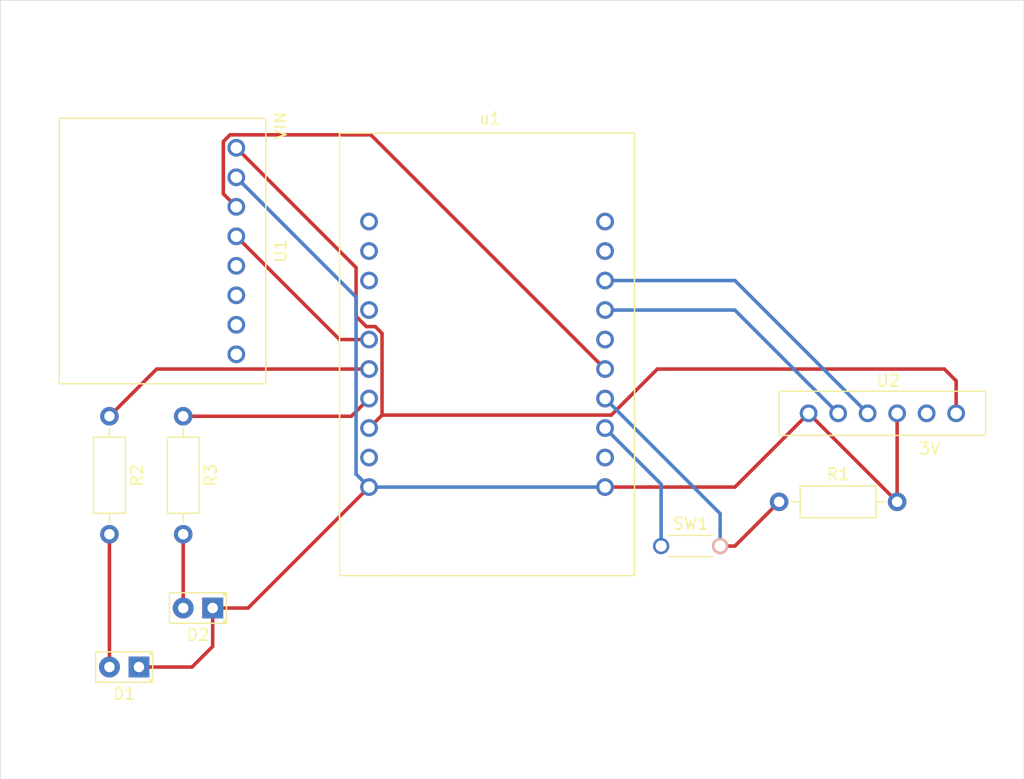
<source format=kicad_pcb>
(kicad_pcb (version 20171130) (host pcbnew "(5.1.10)-1")

  (general
    (thickness 1.6)
    (drawings 5)
    (tracks 50)
    (zones 0)
    (modules 9)
    (nets 27)
  )

  (page A4)
  (title_block
    (title "Smart Apartment - Smart Hub")
  )

  (layers
    (0 F.Cu signal)
    (31 B.Cu signal)
    (32 B.Adhes user)
    (33 F.Adhes user)
    (34 B.Paste user)
    (35 F.Paste user)
    (36 B.SilkS user)
    (37 F.SilkS user)
    (38 B.Mask user)
    (39 F.Mask user)
    (40 Dwgs.User user)
    (41 Cmts.User user)
    (42 Eco1.User user)
    (43 Eco2.User user)
    (44 Edge.Cuts user)
    (45 Margin user)
    (46 B.CrtYd user)
    (47 F.CrtYd user)
    (48 B.Fab user)
    (49 F.Fab user)
  )

  (setup
    (last_trace_width 0.3048)
    (trace_clearance 0.2032)
    (zone_clearance 0.508)
    (zone_45_only no)
    (trace_min 0.3048)
    (via_size 0.8128)
    (via_drill 0.4)
    (via_min_size 0.1524)
    (via_min_drill 0.3)
    (uvia_size 0.4064)
    (uvia_drill 0.1)
    (uvias_allowed no)
    (uvia_min_size 0.4064)
    (uvia_min_drill 0.1)
    (edge_width 0.05)
    (segment_width 0.2)
    (pcb_text_width 0.3)
    (pcb_text_size 1.5 1.5)
    (mod_edge_width 0.12)
    (mod_text_size 1 1)
    (mod_text_width 0.15)
    (pad_size 1.6 1.6)
    (pad_drill 0.9016)
    (pad_to_mask_clearance 0)
    (aux_axis_origin 0 0)
    (grid_origin 113.208 51.016)
    (visible_elements 7FFFFFFF)
    (pcbplotparams
      (layerselection 0x010fc_ffffffff)
      (usegerberextensions false)
      (usegerberattributes true)
      (usegerberadvancedattributes true)
      (creategerberjobfile true)
      (excludeedgelayer true)
      (linewidth 0.100000)
      (plotframeref false)
      (viasonmask false)
      (mode 1)
      (useauxorigin false)
      (hpglpennumber 1)
      (hpglpenspeed 20)
      (hpglpendiameter 15.000000)
      (psnegative false)
      (psa4output false)
      (plotreference true)
      (plotvalue true)
      (plotinvisibletext false)
      (padsonsilk false)
      (subtractmaskfromsilk false)
      (outputformat 1)
      (mirror false)
      (drillshape 0)
      (scaleselection 1)
      (outputdirectory ""))
  )

  (net 0 "")
  (net 1 GND)
  (net 2 "Net-(D1-Pad2)")
  (net 3 "Net-(D2-Pad2)")
  (net 4 "Net-(R1-Pad1)")
  (net 5 "Net-(R2-Pad1)")
  (net 6 "Net-(R3-Pad1)")
  (net 7 "Net-(SW1-Pad1)")
  (net 8 "Net-(u1-Pad1)")
  (net 9 "Net-(u1-Pad2)")
  (net 10 "Net-(u1-Pad3)")
  (net 11 "Net-(u1-Pad4)")
  (net 12 "Net-(u1-Pad9)")
  (net 13 "Net-(u1-Pad16)")
  (net 14 "Net-(U1-Pad3)")
  (net 15 "Net-(u1-Pad20)")
  (net 16 "Net-(u1-Pad19)")
  (net 17 "Net-(U1-Pad4)")
  (net 18 "Net-(u1-Pad12)")
  (net 19 "Net-(U1-Pad5)")
  (net 20 "Net-(U1-Pad6)")
  (net 21 "Net-(U1-Pad7)")
  (net 22 "Net-(U1-Pad8)")
  (net 23 "Net-(U2-Pad5)")
  (net 24 "Net-(U2-Pad4)")
  (net 25 "Net-(U1-Pad1)")
  (net 26 "Net-(U2-Pad2)")

  (net_class Default "This is the default net class."
    (clearance 0.2032)
    (trace_width 0.3048)
    (via_dia 0.8128)
    (via_drill 0.4)
    (uvia_dia 0.4064)
    (uvia_drill 0.1)
    (diff_pair_width 0.3048)
    (diff_pair_gap 0.3048)
    (add_net GND)
    (add_net "Net-(D1-Pad2)")
    (add_net "Net-(D2-Pad2)")
    (add_net "Net-(R1-Pad1)")
    (add_net "Net-(R2-Pad1)")
    (add_net "Net-(R3-Pad1)")
    (add_net "Net-(SW1-Pad1)")
    (add_net "Net-(U1-Pad1)")
    (add_net "Net-(U1-Pad3)")
    (add_net "Net-(U1-Pad4)")
    (add_net "Net-(U1-Pad5)")
    (add_net "Net-(U1-Pad6)")
    (add_net "Net-(U1-Pad7)")
    (add_net "Net-(U1-Pad8)")
    (add_net "Net-(U2-Pad2)")
    (add_net "Net-(U2-Pad4)")
    (add_net "Net-(U2-Pad5)")
    (add_net "Net-(u1-Pad1)")
    (add_net "Net-(u1-Pad12)")
    (add_net "Net-(u1-Pad16)")
    (add_net "Net-(u1-Pad19)")
    (add_net "Net-(u1-Pad2)")
    (add_net "Net-(u1-Pad20)")
    (add_net "Net-(u1-Pad3)")
    (add_net "Net-(u1-Pad4)")
    (add_net "Net-(u1-Pad9)")
  )

  (module SharedLib:BH1750_BO_FOOT (layer F.Cu) (tedit 6186D630) (tstamp 618707F1)
    (at 189.154 86.576)
    (path /61868332)
    (fp_text reference U2 (at 0.508 -2.794) (layer F.SilkS)
      (effects (font (size 1 1) (thickness 0.15)))
    )
    (fp_text value BH1750 (at 8.128 -3.048) (layer F.Fab)
      (effects (font (size 1 1) (thickness 0.15)))
    )
    (fp_line (start -8.89 0) (end -8.89 -1.905) (layer F.SilkS) (width 0.12))
    (fp_line (start -8.89 -1.905) (end 0 -1.905) (layer F.SilkS) (width 0.12))
    (fp_line (start 0 -1.905) (end 8.89 -1.905) (layer F.SilkS) (width 0.12))
    (fp_line (start 8.89 -1.905) (end 8.89 0) (layer F.SilkS) (width 0.12))
    (fp_line (start 8.89 1.905) (end -8.89 1.905) (layer F.SilkS) (width 0.12))
    (fp_line (start -8.89 1.905) (end -8.89 0) (layer F.SilkS) (width 0.12))
    (fp_line (start 8.89 0) (end 8.89 1.905) (layer F.SilkS) (width 0.12))
    (pad 6 thru_hole circle (at -6.35 0) (size 1.524 1.524) (drill 0.9906) (layers *.Cu *.Mask)
      (net 1 GND))
    (pad 5 thru_hole circle (at -3.81 0) (size 1.524 1.524) (drill 0.9906) (layers *.Cu *.Mask)
      (net 23 "Net-(U2-Pad5)"))
    (pad 4 thru_hole circle (at -1.27 0) (size 1.524 1.524) (drill 0.9906) (layers *.Cu *.Mask)
      (net 24 "Net-(U2-Pad4)"))
    (pad 3 thru_hole circle (at 1.27 0) (size 1.524 1.524) (drill 0.9906) (layers *.Cu *.Mask)
      (net 1 GND))
    (pad 2 thru_hole circle (at 3.81 0) (size 1.524 1.524) (drill 0.9906) (layers *.Cu *.Mask)
      (net 26 "Net-(U2-Pad2)"))
    (pad 1 thru_hole circle (at 6.35 0) (size 1.524 1.524) (drill 0.9906) (layers *.Cu *.Mask)
      (net 25 "Net-(U1-Pad1)"))
  )

  (module SharedLib:HUZZAH_FOOT (layer F.Cu) (tedit 6186D4E5) (tstamp 618707CE)
    (at 155.118 81.496)
    (path /6185A9D4)
    (fp_text reference u1 (at 0.254 -20.32) (layer F.SilkS)
      (effects (font (size 1 1) (thickness 0.15)))
    )
    (fp_text value HUZZAH (at 0 -6.35) (layer F.Fab)
      (effects (font (size 1 1) (thickness 0.15)))
    )
    (fp_line (start -7.62 -19.05) (end 12.7 -19.05) (layer F.SilkS) (width 0.12))
    (fp_line (start 12.7 -19.05) (end 12.7 19.05) (layer F.SilkS) (width 0.12))
    (fp_line (start 12.7 19.05) (end -7.62 19.05) (layer F.SilkS) (width 0.12))
    (fp_line (start -12.7 19.05) (end -12.7 -19.05) (layer F.SilkS) (width 0.12))
    (fp_line (start -7.62 -19.05) (end -12.7 -19.05) (layer F.SilkS) (width 0.12))
    (fp_line (start -12.7 -19.05) (end -12.7 0) (layer F.SilkS) (width 0.12))
    (fp_line (start -12.7 0) (end -12.7 19.05) (layer F.SilkS) (width 0.12))
    (fp_line (start -12.7 19.05) (end -7.62 19.05) (layer F.SilkS) (width 0.12))
    (pad 11 thru_hole circle (at 10.16 11.43) (size 1.524 1.524) (drill 0.9906) (layers *.Cu *.Mask)
      (net 1 GND))
    (pad 12 thru_hole circle (at 10.16 8.89) (size 1.524 1.524) (drill 0.9906) (layers *.Cu *.Mask)
      (net 18 "Net-(u1-Pad12)"))
    (pad 17 thru_hole circle (at 10.16 -3.81) (size 1.524 1.524) (drill 0.9906) (layers *.Cu *.Mask)
      (net 23 "Net-(U2-Pad5)"))
    (pad 19 thru_hole circle (at 10.16 -8.89) (size 1.524 1.524) (drill 0.9906) (layers *.Cu *.Mask)
      (net 16 "Net-(u1-Pad19)"))
    (pad 13 thru_hole circle (at 10.16 6.35) (size 1.524 1.524) (drill 0.9906) (layers *.Cu *.Mask)
      (net 7 "Net-(SW1-Pad1)"))
    (pad 14 thru_hole circle (at 10.16 3.81) (size 1.524 1.524) (drill 0.9906) (layers *.Cu *.Mask)
      (net 4 "Net-(R1-Pad1)"))
    (pad 15 thru_hole circle (at 10.16 1.27) (size 1.524 1.524) (drill 0.9906) (layers *.Cu *.Mask)
      (net 14 "Net-(U1-Pad3)"))
    (pad 20 thru_hole circle (at 10.16 -11.43) (size 1.524 1.524) (drill 0.9906) (layers *.Cu *.Mask)
      (net 15 "Net-(u1-Pad20)"))
    (pad 18 thru_hole circle (at 10.16 -6.35) (size 1.524 1.524) (drill 0.9906) (layers *.Cu *.Mask)
      (net 24 "Net-(U2-Pad4)"))
    (pad 16 thru_hole circle (at 10.16 -1.27) (size 1.524 1.524) (drill 0.9906) (layers *.Cu *.Mask)
      (net 13 "Net-(u1-Pad16)"))
    (pad 10 thru_hole circle (at -10.16 11.43) (size 1.524 1.524) (drill 0.9906) (layers *.Cu *.Mask)
      (net 1 GND))
    (pad 9 thru_hole circle (at -10.16 8.89) (size 1.524 1.524) (drill 0.9906) (layers *.Cu *.Mask)
      (net 12 "Net-(u1-Pad9)"))
    (pad 8 thru_hole circle (at -10.16 6.35) (size 1.524 1.524) (drill 0.9906) (layers *.Cu *.Mask)
      (net 25 "Net-(U1-Pad1)"))
    (pad 7 thru_hole circle (at -10.16 3.81) (size 1.524 1.524) (drill 0.9906) (layers *.Cu *.Mask)
      (net 6 "Net-(R3-Pad1)"))
    (pad 6 thru_hole circle (at -10.16 1.27) (size 1.524 1.524) (drill 0.9906) (layers *.Cu *.Mask)
      (net 5 "Net-(R2-Pad1)"))
    (pad 5 thru_hole circle (at -10.16 -1.27) (size 1.524 1.524) (drill 0.9906) (layers *.Cu *.Mask)
      (net 17 "Net-(U1-Pad4)"))
    (pad 4 thru_hole circle (at -10.16 -3.81) (size 1.524 1.524) (drill 0.9906) (layers *.Cu *.Mask)
      (net 11 "Net-(u1-Pad4)"))
    (pad 3 thru_hole circle (at -10.16 -6.35) (size 1.524 1.524) (drill 0.9906) (layers *.Cu *.Mask)
      (net 10 "Net-(u1-Pad3)"))
    (pad 2 thru_hole circle (at -10.16 -8.89) (size 1.524 1.524) (drill 0.9906) (layers *.Cu *.Mask)
      (net 9 "Net-(u1-Pad2)"))
    (pad 1 thru_hole circle (at -10.16 -11.43) (size 1.524 1.524) (drill 0.9906) (layers *.Cu *.Mask)
      (net 8 "Net-(u1-Pad1)"))
  )

  (module SharedLib:DS3231_FOOT (layer F.Cu) (tedit 6186D67F) (tstamp 618707DF)
    (at 127.178 72.606 90)
    (path /61867CD8)
    (fp_text reference U1 (at 0 10.16 90) (layer F.SilkS)
      (effects (font (size 1 1) (thickness 0.15)))
    )
    (fp_text value DS3231 (at 0 -10.16 90) (layer F.Fab)
      (effects (font (size 1 1) (thickness 0.15)))
    )
    (fp_line (start -11.43 8.89) (end -11.43 -8.89) (layer F.SilkS) (width 0.12))
    (fp_line (start 11.43 8.89) (end -11.43 8.89) (layer F.SilkS) (width 0.12))
    (fp_line (start 11.43 -8.89) (end 11.43 8.89) (layer F.SilkS) (width 0.12))
    (fp_line (start -11.43 -8.89) (end 11.43 -8.89) (layer F.SilkS) (width 0.12))
    (fp_text user VIN (at 10.795 10.16 90) (layer F.SilkS)
      (effects (font (size 1 1) (thickness 0.15)))
    )
    (pad 8 thru_hole circle (at -8.89 6.35 90) (size 1.524 1.524) (drill 0.9906) (layers *.Cu *.Mask)
      (net 22 "Net-(U1-Pad8)"))
    (pad 7 thru_hole circle (at -6.35 6.35 90) (size 1.524 1.524) (drill 0.9906) (layers *.Cu *.Mask)
      (net 21 "Net-(U1-Pad7)"))
    (pad 6 thru_hole circle (at -3.81 6.35 90) (size 1.524 1.524) (drill 0.9906) (layers *.Cu *.Mask)
      (net 20 "Net-(U1-Pad6)"))
    (pad 5 thru_hole circle (at -1.27 6.35 90) (size 1.524 1.524) (drill 0.9906) (layers *.Cu *.Mask)
      (net 19 "Net-(U1-Pad5)"))
    (pad 4 thru_hole circle (at 1.27 6.35 90) (size 1.524 1.524) (drill 0.9906) (layers *.Cu *.Mask)
      (net 17 "Net-(U1-Pad4)"))
    (pad 3 thru_hole circle (at 3.81 6.35 90) (size 1.524 1.524) (drill 0.9906) (layers *.Cu *.Mask)
      (net 14 "Net-(U1-Pad3)"))
    (pad 2 thru_hole circle (at 6.35 6.35 90) (size 1.524 1.524) (drill 0.9906) (layers *.Cu *.Mask)
      (net 1 GND))
    (pad 1 thru_hole circle (at 8.89 6.35 90) (size 1.524 1.524) (drill 0.9906) (layers *.Cu *.Mask)
      (net 25 "Net-(U1-Pad1)"))
  )

  (module Resistor_THT:R_Axial_DIN0207_L6.3mm_D2.5mm_P10.16mm_Horizontal (layer F.Cu) (tedit 6186D707) (tstamp 6187076D)
    (at 180.264 94.196)
    (descr "Resistor, Axial_DIN0207 series, Axial, Horizontal, pin pitch=10.16mm, 0.25W = 1/4W, length*diameter=6.3*2.5mm^2, http://cdn-reichelt.de/documents/datenblatt/B400/1_4W%23YAG.pdf")
    (tags "Resistor Axial_DIN0207 series Axial Horizontal pin pitch 10.16mm 0.25W = 1/4W length 6.3mm diameter 2.5mm")
    (path /6186DAD6)
    (fp_text reference R1 (at 5.08 -2.37) (layer F.SilkS)
      (effects (font (size 1 1) (thickness 0.15)))
    )
    (fp_text value R (at 5.08 2.37) (layer F.Fab)
      (effects (font (size 1 1) (thickness 0.15)))
    )
    (fp_line (start 1.93 -1.25) (end 1.93 1.25) (layer F.Fab) (width 0.1))
    (fp_line (start 1.93 1.25) (end 8.23 1.25) (layer F.Fab) (width 0.1))
    (fp_line (start 8.23 1.25) (end 8.23 -1.25) (layer F.Fab) (width 0.1))
    (fp_line (start 8.23 -1.25) (end 1.93 -1.25) (layer F.Fab) (width 0.1))
    (fp_line (start 0 0) (end 1.93 0) (layer F.Fab) (width 0.1))
    (fp_line (start 10.16 0) (end 8.23 0) (layer F.Fab) (width 0.1))
    (fp_line (start 1.81 -1.37) (end 1.81 1.37) (layer F.SilkS) (width 0.12))
    (fp_line (start 1.81 1.37) (end 8.35 1.37) (layer F.SilkS) (width 0.12))
    (fp_line (start 8.35 1.37) (end 8.35 -1.37) (layer F.SilkS) (width 0.12))
    (fp_line (start 8.35 -1.37) (end 1.81 -1.37) (layer F.SilkS) (width 0.12))
    (fp_line (start 1.04 0) (end 1.81 0) (layer F.SilkS) (width 0.12))
    (fp_line (start 9.12 0) (end 8.35 0) (layer F.SilkS) (width 0.12))
    (fp_line (start -1.05 -1.5) (end -1.05 1.5) (layer F.CrtYd) (width 0.05))
    (fp_line (start -1.05 1.5) (end 11.21 1.5) (layer F.CrtYd) (width 0.05))
    (fp_line (start 11.21 1.5) (end 11.21 -1.5) (layer F.CrtYd) (width 0.05))
    (fp_line (start 11.21 -1.5) (end -1.05 -1.5) (layer F.CrtYd) (width 0.05))
    (fp_text user %R (at 5.08 0) (layer F.Fab)
      (effects (font (size 1 1) (thickness 0.15)))
    )
    (pad 1 thru_hole circle (at 0 0) (size 1.6 1.6) (drill 0.9016) (layers *.Cu *.Mask)
      (net 4 "Net-(R1-Pad1)"))
    (pad 2 thru_hole oval (at 10.16 0) (size 1.6 1.6) (drill 0.9016) (layers *.Cu *.Mask)
      (net 1 GND))
    (model ${KISYS3DMOD}/Resistor_THT.3dshapes/R_Axial_DIN0207_L6.3mm_D2.5mm_P10.16mm_Horizontal.wrl
      (at (xyz 0 0 0))
      (scale (xyz 1 1 1))
      (rotate (xyz 0 0 0))
    )
  )

  (module LED_THT:LED_D2.0mm_W4.8mm_H2.5mm_FlatTop (layer F.Cu) (tedit 6186D6BB) (tstamp 6187073F)
    (at 125.146 108.42 180)
    (descr "LED, Round, FlatTop,  Rectangular size 4.8x2.5mm^2 diameter 2.0mm, 2 pins, http://www.kingbright.com/attachments/file/psearch/000/00/00/L-13GD(Ver.11B).pdf")
    (tags "LED Round FlatTop  Rectangular size 4.8x2.5mm^2 diameter 2.0mm 2 pins")
    (path /6185CE07)
    (fp_text reference D1 (at 1.27 -2.31) (layer F.SilkS)
      (effects (font (size 1 1) (thickness 0.15)))
    )
    (fp_text value LED (at 1.27 2.31) (layer F.Fab)
      (effects (font (size 1 1) (thickness 0.15)))
    )
    (fp_circle (center 1.27 0) (end 2.27 0) (layer F.Fab) (width 0.1))
    (fp_line (start -1.13 -1.25) (end -1.13 1.25) (layer F.Fab) (width 0.1))
    (fp_line (start -1.13 1.25) (end 3.67 1.25) (layer F.Fab) (width 0.1))
    (fp_line (start 3.67 1.25) (end 3.67 -1.25) (layer F.Fab) (width 0.1))
    (fp_line (start 3.67 -1.25) (end -1.13 -1.25) (layer F.Fab) (width 0.1))
    (fp_line (start -1.19 -1.31) (end 3.73 -1.31) (layer F.SilkS) (width 0.12))
    (fp_line (start -1.19 1.31) (end 3.73 1.31) (layer F.SilkS) (width 0.12))
    (fp_line (start -1.19 -1.31) (end -1.19 1.31) (layer F.SilkS) (width 0.12))
    (fp_line (start 3.73 -1.31) (end 3.73 1.31) (layer F.SilkS) (width 0.12))
    (fp_line (start -1.07 -1.31) (end -1.07 -1.08) (layer F.SilkS) (width 0.12))
    (fp_line (start -1.07 1.08) (end -1.07 1.31) (layer F.SilkS) (width 0.12))
    (fp_line (start -0.95 -1.31) (end -0.95 -1.08) (layer F.SilkS) (width 0.12))
    (fp_line (start -0.95 1.08) (end -0.95 1.31) (layer F.SilkS) (width 0.12))
    (fp_line (start -1.45 -1.6) (end -1.45 1.6) (layer F.CrtYd) (width 0.05))
    (fp_line (start -1.45 1.6) (end 4 1.6) (layer F.CrtYd) (width 0.05))
    (fp_line (start 4 1.6) (end 4 -1.6) (layer F.CrtYd) (width 0.05))
    (fp_line (start 4 -1.6) (end -1.45 -1.6) (layer F.CrtYd) (width 0.05))
    (pad 1 thru_hole rect (at 0 0 180) (size 1.8 1.8) (drill 0.9) (layers *.Cu *.Mask)
      (net 1 GND))
    (pad 2 thru_hole circle (at 2.54 0 180) (size 1.8 1.8) (drill 0.9) (layers *.Cu *.Mask)
      (net 2 "Net-(D1-Pad2)"))
    (model ${KISYS3DMOD}/LED_THT.3dshapes/LED_D2.0mm_W4.8mm_H2.5mm_FlatTop.wrl
      (at (xyz 0 0 0))
      (scale (xyz 1 1 1))
      (rotate (xyz 0 0 0))
    )
  )

  (module LED_THT:LED_D2.0mm_W4.8mm_H2.5mm_FlatTop (layer F.Cu) (tedit 6186D6C0) (tstamp 61870756)
    (at 131.496 103.34 180)
    (descr "LED, Round, FlatTop,  Rectangular size 4.8x2.5mm^2 diameter 2.0mm, 2 pins, http://www.kingbright.com/attachments/file/psearch/000/00/00/L-13GD(Ver.11B).pdf")
    (tags "LED Round FlatTop  Rectangular size 4.8x2.5mm^2 diameter 2.0mm 2 pins")
    (path /6185DB2A)
    (fp_text reference D2 (at 1.27 -2.31) (layer F.SilkS)
      (effects (font (size 1 1) (thickness 0.15)))
    )
    (fp_text value LED (at 1.27 2.31) (layer F.Fab)
      (effects (font (size 1 1) (thickness 0.15)))
    )
    (fp_circle (center 1.27 0) (end 2.27 0) (layer F.Fab) (width 0.1))
    (fp_line (start -1.13 -1.25) (end -1.13 1.25) (layer F.Fab) (width 0.1))
    (fp_line (start -1.13 1.25) (end 3.67 1.25) (layer F.Fab) (width 0.1))
    (fp_line (start 3.67 1.25) (end 3.67 -1.25) (layer F.Fab) (width 0.1))
    (fp_line (start 3.67 -1.25) (end -1.13 -1.25) (layer F.Fab) (width 0.1))
    (fp_line (start -1.19 -1.31) (end 3.73 -1.31) (layer F.SilkS) (width 0.12))
    (fp_line (start -1.19 1.31) (end 3.73 1.31) (layer F.SilkS) (width 0.12))
    (fp_line (start -1.19 -1.31) (end -1.19 1.31) (layer F.SilkS) (width 0.12))
    (fp_line (start 3.73 -1.31) (end 3.73 1.31) (layer F.SilkS) (width 0.12))
    (fp_line (start -1.07 -1.31) (end -1.07 -1.08) (layer F.SilkS) (width 0.12))
    (fp_line (start -1.07 1.08) (end -1.07 1.31) (layer F.SilkS) (width 0.12))
    (fp_line (start -0.95 -1.31) (end -0.95 -1.08) (layer F.SilkS) (width 0.12))
    (fp_line (start -0.95 1.08) (end -0.95 1.31) (layer F.SilkS) (width 0.12))
    (fp_line (start -1.45 -1.6) (end -1.45 1.6) (layer F.CrtYd) (width 0.05))
    (fp_line (start -1.45 1.6) (end 4 1.6) (layer F.CrtYd) (width 0.05))
    (fp_line (start 4 1.6) (end 4 -1.6) (layer F.CrtYd) (width 0.05))
    (fp_line (start 4 -1.6) (end -1.45 -1.6) (layer F.CrtYd) (width 0.05))
    (pad 1 thru_hole rect (at 0 0 180) (size 1.8 1.8) (drill 0.9) (layers *.Cu *.Mask)
      (net 1 GND))
    (pad 2 thru_hole circle (at 2.54 0 180) (size 1.8 1.8) (drill 0.9) (layers *.Cu *.Mask)
      (net 3 "Net-(D2-Pad2)"))
    (model ${KISYS3DMOD}/LED_THT.3dshapes/LED_D2.0mm_W4.8mm_H2.5mm_FlatTop.wrl
      (at (xyz 0 0 0))
      (scale (xyz 1 1 1))
      (rotate (xyz 0 0 0))
    )
  )

  (module Resistor_THT:R_Axial_DIN0207_L6.3mm_D2.5mm_P10.16mm_Horizontal (layer F.Cu) (tedit 6186D6D4) (tstamp 61870784)
    (at 122.606 86.83 270)
    (descr "Resistor, Axial_DIN0207 series, Axial, Horizontal, pin pitch=10.16mm, 0.25W = 1/4W, length*diameter=6.3*2.5mm^2, http://cdn-reichelt.de/documents/datenblatt/B400/1_4W%23YAG.pdf")
    (tags "Resistor Axial_DIN0207 series Axial Horizontal pin pitch 10.16mm 0.25W = 1/4W length 6.3mm diameter 2.5mm")
    (path /6185CAE6)
    (fp_text reference R2 (at 5.08 -2.37 90) (layer F.SilkS)
      (effects (font (size 1 1) (thickness 0.15)))
    )
    (fp_text value R (at 5.08 2.37 90) (layer F.Fab)
      (effects (font (size 1 1) (thickness 0.15)))
    )
    (fp_line (start 1.93 -1.25) (end 1.93 1.25) (layer F.Fab) (width 0.1))
    (fp_line (start 1.93 1.25) (end 8.23 1.25) (layer F.Fab) (width 0.1))
    (fp_line (start 8.23 1.25) (end 8.23 -1.25) (layer F.Fab) (width 0.1))
    (fp_line (start 8.23 -1.25) (end 1.93 -1.25) (layer F.Fab) (width 0.1))
    (fp_line (start 0 0) (end 1.93 0) (layer F.Fab) (width 0.1))
    (fp_line (start 10.16 0) (end 8.23 0) (layer F.Fab) (width 0.1))
    (fp_line (start 1.81 -1.37) (end 1.81 1.37) (layer F.SilkS) (width 0.12))
    (fp_line (start 1.81 1.37) (end 8.35 1.37) (layer F.SilkS) (width 0.12))
    (fp_line (start 8.35 1.37) (end 8.35 -1.37) (layer F.SilkS) (width 0.12))
    (fp_line (start 8.35 -1.37) (end 1.81 -1.37) (layer F.SilkS) (width 0.12))
    (fp_line (start 1.04 0) (end 1.81 0) (layer F.SilkS) (width 0.12))
    (fp_line (start 9.12 0) (end 8.35 0) (layer F.SilkS) (width 0.12))
    (fp_line (start -1.05 -1.5) (end -1.05 1.5) (layer F.CrtYd) (width 0.05))
    (fp_line (start -1.05 1.5) (end 11.21 1.5) (layer F.CrtYd) (width 0.05))
    (fp_line (start 11.21 1.5) (end 11.21 -1.5) (layer F.CrtYd) (width 0.05))
    (fp_line (start 11.21 -1.5) (end -1.05 -1.5) (layer F.CrtYd) (width 0.05))
    (fp_text user %R (at 5.08 0 90) (layer F.Fab)
      (effects (font (size 1 1) (thickness 0.15)))
    )
    (pad 1 thru_hole circle (at 0 0 270) (size 1.6 1.6) (drill 0.8928) (layers *.Cu *.Mask)
      (net 5 "Net-(R2-Pad1)"))
    (pad 2 thru_hole oval (at 10.16 0 270) (size 1.6 1.6) (drill 0.9016) (layers *.Cu *.Mask)
      (net 2 "Net-(D1-Pad2)"))
    (model ${KISYS3DMOD}/Resistor_THT.3dshapes/R_Axial_DIN0207_L6.3mm_D2.5mm_P10.16mm_Horizontal.wrl
      (at (xyz 0 0 0))
      (scale (xyz 1 1 1))
      (rotate (xyz 0 0 0))
    )
  )

  (module Resistor_THT:R_Axial_DIN0207_L6.3mm_D2.5mm_P10.16mm_Horizontal (layer F.Cu) (tedit 6186D6FD) (tstamp 61870AF5)
    (at 128.956 86.83 270)
    (descr "Resistor, Axial_DIN0207 series, Axial, Horizontal, pin pitch=10.16mm, 0.25W = 1/4W, length*diameter=6.3*2.5mm^2, http://cdn-reichelt.de/documents/datenblatt/B400/1_4W%23YAG.pdf")
    (tags "Resistor Axial_DIN0207 series Axial Horizontal pin pitch 10.16mm 0.25W = 1/4W length 6.3mm diameter 2.5mm")
    (path /6185B03D)
    (fp_text reference R3 (at 5.08 -2.37 90) (layer F.SilkS)
      (effects (font (size 1 1) (thickness 0.15)))
    )
    (fp_text value R (at 5.08 2.37 90) (layer F.Fab)
      (effects (font (size 1 1) (thickness 0.15)))
    )
    (fp_line (start 1.93 -1.25) (end 1.93 1.25) (layer F.Fab) (width 0.1))
    (fp_line (start 1.93 1.25) (end 8.23 1.25) (layer F.Fab) (width 0.1))
    (fp_line (start 8.23 1.25) (end 8.23 -1.25) (layer F.Fab) (width 0.1))
    (fp_line (start 8.23 -1.25) (end 1.93 -1.25) (layer F.Fab) (width 0.1))
    (fp_line (start 0 0) (end 1.93 0) (layer F.Fab) (width 0.1))
    (fp_line (start 10.16 0) (end 8.23 0) (layer F.Fab) (width 0.1))
    (fp_line (start 1.81 -1.37) (end 1.81 1.37) (layer F.SilkS) (width 0.12))
    (fp_line (start 1.81 1.37) (end 8.35 1.37) (layer F.SilkS) (width 0.12))
    (fp_line (start 8.35 1.37) (end 8.35 -1.37) (layer F.SilkS) (width 0.12))
    (fp_line (start 8.35 -1.37) (end 1.81 -1.37) (layer F.SilkS) (width 0.12))
    (fp_line (start 1.04 0) (end 1.81 0) (layer F.SilkS) (width 0.12))
    (fp_line (start 9.12 0) (end 8.35 0) (layer F.SilkS) (width 0.12))
    (fp_line (start -1.05 -1.5) (end -1.05 1.5) (layer F.CrtYd) (width 0.05))
    (fp_line (start -1.05 1.5) (end 11.21 1.5) (layer F.CrtYd) (width 0.05))
    (fp_line (start 11.21 1.5) (end 11.21 -1.5) (layer F.CrtYd) (width 0.05))
    (fp_line (start 11.21 -1.5) (end -1.05 -1.5) (layer F.CrtYd) (width 0.05))
    (fp_text user %R (at 5.08 0 90) (layer F.Fab)
      (effects (font (size 1 1) (thickness 0.15)))
    )
    (pad 1 thru_hole circle (at 0 0 270) (size 1.6 1.6) (drill 0.9016) (layers *.Cu *.Mask)
      (net 6 "Net-(R3-Pad1)"))
    (pad 2 thru_hole oval (at 10.16 0 270) (size 1.6 1.6) (drill 0.9016) (layers *.Cu *.Mask)
      (net 3 "Net-(D2-Pad2)"))
    (model ${KISYS3DMOD}/Resistor_THT.3dshapes/R_Axial_DIN0207_L6.3mm_D2.5mm_P10.16mm_Horizontal.wrl
      (at (xyz 0 0 0))
      (scale (xyz 1 1 1))
      (rotate (xyz 0 0 0))
    )
  )

  (module Resistor_THT:R_Axial_DIN0204_L3.6mm_D1.6mm_P5.08mm_Horizontal (layer F.Cu) (tedit 6186D6B7) (tstamp 618707AE)
    (at 170.104 98.006)
    (descr "Resistor, Axial_DIN0204 series, Axial, Horizontal, pin pitch=5.08mm, 0.167W, length*diameter=3.6*1.6mm^2, http://cdn-reichelt.de/documents/datenblatt/B400/1_4W%23YAG.pdf")
    (tags "Resistor Axial_DIN0204 series Axial Horizontal pin pitch 5.08mm 0.167W length 3.6mm diameter 1.6mm")
    (path /6185F122)
    (fp_text reference SW1 (at 2.54 -1.92) (layer F.SilkS)
      (effects (font (size 1 1) (thickness 0.15)))
    )
    (fp_text value SW_Push (at 2.54 1.92) (layer F.Fab)
      (effects (font (size 1 1) (thickness 0.15)))
    )
    (fp_line (start 0.74 -0.8) (end 0.74 0.8) (layer F.Fab) (width 0.1))
    (fp_line (start 0.74 0.8) (end 4.34 0.8) (layer F.Fab) (width 0.1))
    (fp_line (start 4.34 0.8) (end 4.34 -0.8) (layer F.Fab) (width 0.1))
    (fp_line (start 4.34 -0.8) (end 0.74 -0.8) (layer F.Fab) (width 0.1))
    (fp_line (start 0 0) (end 0.74 0) (layer F.Fab) (width 0.1))
    (fp_line (start 5.08 0) (end 4.34 0) (layer F.Fab) (width 0.1))
    (fp_line (start 0.62 -0.92) (end 4.46 -0.92) (layer F.SilkS) (width 0.12))
    (fp_line (start 0.62 0.92) (end 4.46 0.92) (layer F.SilkS) (width 0.12))
    (fp_line (start -0.95 -1.05) (end -0.95 1.05) (layer F.CrtYd) (width 0.05))
    (fp_line (start -0.95 1.05) (end 6.03 1.05) (layer F.CrtYd) (width 0.05))
    (fp_line (start 6.03 1.05) (end 6.03 -1.05) (layer F.CrtYd) (width 0.05))
    (fp_line (start 6.03 -1.05) (end -0.95 -1.05) (layer F.CrtYd) (width 0.05))
    (fp_text user %R (at 2.54 0) (layer F.Fab)
      (effects (font (size 0.72 0.72) (thickness 0.108)))
    )
    (pad 1 thru_hole circle (at 0 0) (size 1.4 1.4) (drill 0.9652) (layers *.Cu *.Mask)
      (net 7 "Net-(SW1-Pad1)"))
    (pad 2 thru_hole oval (at 5.08 0) (size 1.4 1.4) (drill 0.9652) (layers *.Cu *.Mask B.SilkS)
      (net 4 "Net-(R1-Pad1)"))
    (model ${KISYS3DMOD}/Resistor_THT.3dshapes/R_Axial_DIN0204_L3.6mm_D1.6mm_P5.08mm_Horizontal.wrl
      (at (xyz 0 0 0))
      (scale (xyz 1 1 1))
      (rotate (xyz 0 0 0))
    )
  )

  (gr_text 3V (at 193.218 89.624) (layer F.SilkS)
    (effects (font (size 1 1) (thickness 0.15)))
  )
  (gr_line (start 113.208 118.072) (end 113.208 51.016) (layer Edge.Cuts) (width 0.05) (tstamp 61870EC2))
  (gr_line (start 201.346 118.072) (end 113.208 118.072) (layer Edge.Cuts) (width 0.05))
  (gr_line (start 201.346 51.016) (end 201.346 118.072) (layer Edge.Cuts) (width 0.05))
  (gr_line (start 113.208 51.016) (end 201.346 51.016) (layer Edge.Cuts) (width 0.05))

  (segment (start 125.146 108.42) (end 129.718 108.42) (width 0.3048) (layer F.Cu) (net 1))
  (segment (start 131.496 106.642) (end 131.496 103.34) (width 0.3048) (layer F.Cu) (net 1))
  (segment (start 129.718 108.42) (end 131.496 106.642) (width 0.3048) (layer F.Cu) (net 1))
  (segment (start 190.424 86.576) (end 190.424 94.196) (width 0.3048) (layer F.Cu) (net 1))
  (segment (start 182.804 86.576) (end 190.424 94.196) (width 0.3048) (layer F.Cu) (net 1))
  (segment (start 176.454 92.926) (end 182.804 86.576) (width 0.3048) (layer F.Cu) (net 1))
  (segment (start 165.278 92.926) (end 176.454 92.926) (width 0.3048) (layer F.Cu) (net 1))
  (segment (start 165.278 92.926) (end 144.958 92.926) (width 0.3048) (layer B.Cu) (net 1))
  (segment (start 134.544 103.34) (end 144.958 92.926) (width 0.3048) (layer F.Cu) (net 1))
  (segment (start 131.496 103.34) (end 134.544 103.34) (width 0.3048) (layer F.Cu) (net 1))
  (segment (start 143.840399 76.568399) (end 133.528 66.256) (width 0.3048) (layer B.Cu) (net 1))
  (segment (start 143.840399 91.808399) (end 143.840399 76.568399) (width 0.3048) (layer B.Cu) (net 1))
  (segment (start 144.958 92.926) (end 143.840399 91.808399) (width 0.3048) (layer B.Cu) (net 1))
  (segment (start 122.606 96.99) (end 122.606 108.42) (width 0.3048) (layer F.Cu) (net 2))
  (segment (start 128.956 96.99) (end 128.956 103.34) (width 0.3048) (layer F.Cu) (net 3))
  (segment (start 176.454 98.006) (end 180.264 94.196) (width 0.3048) (layer F.Cu) (net 4))
  (segment (start 175.184 98.006) (end 176.454 98.006) (width 0.3048) (layer F.Cu) (net 4))
  (segment (start 175.184 95.212) (end 165.278 85.306) (width 0.3048) (layer B.Cu) (net 4))
  (segment (start 175.184 98.006) (end 175.184 95.212) (width 0.3048) (layer B.Cu) (net 4))
  (segment (start 126.67 82.766) (end 144.958 82.766) (width 0.3048) (layer F.Cu) (net 5))
  (segment (start 122.606 86.83) (end 126.67 82.766) (width 0.3048) (layer F.Cu) (net 5))
  (segment (start 143.434 86.83) (end 144.958 85.306) (width 0.3048) (layer F.Cu) (net 6))
  (segment (start 128.956 86.83) (end 143.434 86.83) (width 0.3048) (layer F.Cu) (net 6))
  (segment (start 170.104 92.672) (end 170.104 98.006) (width 0.3048) (layer B.Cu) (net 7))
  (segment (start 165.278 87.846) (end 170.104 92.672) (width 0.3048) (layer B.Cu) (net 7))
  (segment (start 145.110399 62.598399) (end 165.278 82.766) (width 0.3048) (layer F.Cu) (net 14))
  (segment (start 132.991551 62.598399) (end 145.110399 62.598399) (width 0.3048) (layer F.Cu) (net 14))
  (segment (start 132.410399 63.179551) (end 132.991551 62.598399) (width 0.3048) (layer F.Cu) (net 14))
  (segment (start 132.410399 67.678399) (end 132.410399 63.179551) (width 0.3048) (layer F.Cu) (net 14))
  (segment (start 133.528 68.796) (end 132.410399 67.678399) (width 0.3048) (layer F.Cu) (net 14))
  (segment (start 142.418 80.226) (end 133.528 71.336) (width 0.3048) (layer F.Cu) (net 17))
  (segment (start 144.958 80.226) (end 142.418 80.226) (width 0.3048) (layer F.Cu) (net 17))
  (segment (start 176.454 77.686) (end 185.344 86.576) (width 0.3048) (layer B.Cu) (net 23))
  (segment (start 165.278 77.686) (end 176.454 77.686) (width 0.3048) (layer B.Cu) (net 23))
  (segment (start 176.454 75.146) (end 187.884 86.576) (width 0.3048) (layer B.Cu) (net 24))
  (segment (start 165.278 75.146) (end 176.454 75.146) (width 0.3048) (layer B.Cu) (net 24))
  (segment (start 146.075601 86.728399) (end 165.814449 86.728399) (width 0.3048) (layer F.Cu) (net 25))
  (segment (start 144.958 87.846) (end 146.075601 86.728399) (width 0.3048) (layer F.Cu) (net 25))
  (segment (start 146.075601 79.689551) (end 146.075601 86.728399) (width 0.3048) (layer F.Cu) (net 25))
  (segment (start 145.494449 79.108399) (end 146.075601 79.689551) (width 0.3048) (layer F.Cu) (net 25))
  (segment (start 144.726349 79.108399) (end 145.494449 79.108399) (width 0.3048) (layer F.Cu) (net 25))
  (segment (start 143.840399 74.028399) (end 143.840399 78.222449) (width 0.3048) (layer F.Cu) (net 25))
  (segment (start 143.840399 78.222449) (end 144.726349 79.108399) (width 0.3048) (layer F.Cu) (net 25))
  (segment (start 133.528 63.716) (end 143.840399 74.028399) (width 0.3048) (layer F.Cu) (net 25))
  (segment (start 195.504 86.576) (end 195.504 83.782) (width 0.3048) (layer F.Cu) (net 25))
  (segment (start 195.504 83.782) (end 194.488 82.766) (width 0.3048) (layer F.Cu) (net 25))
  (segment (start 169.776848 82.766) (end 166.892424 85.650424) (width 0.3048) (layer F.Cu) (net 25))
  (segment (start 194.488 82.766) (end 169.776848 82.766) (width 0.3048) (layer F.Cu) (net 25))
  (segment (start 166.892424 85.650424) (end 167.084449 85.458399) (width 0.3048) (layer F.Cu) (net 25))
  (segment (start 165.814449 86.728399) (end 166.892424 85.650424) (width 0.3048) (layer F.Cu) (net 25))

)

</source>
